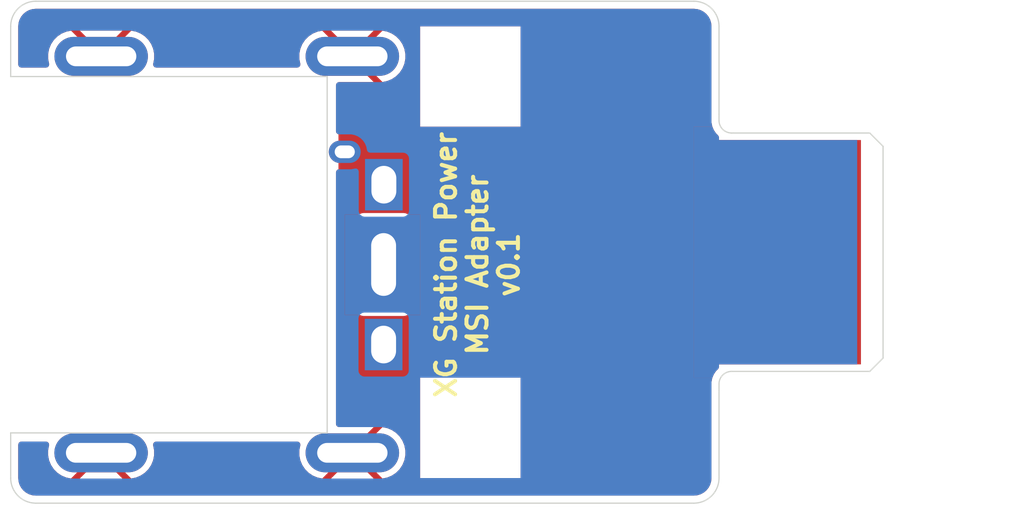
<source format=kicad_pcb>
(kicad_pcb (version 20241229) (generator "pcbnew") (generator_version "9.0")
  (layers (0 "F.Cu" signal) (2 "B.Cu" signal) (13 "F.Paste" user) (15 "B.Paste" user) (5 "F.SilkS" user "F.Silkscreen") (7 "B.SilkS" user "B.Silkscreen") (1 "F.Mask" user) (3 "B.Mask" user) (25 "Edge.Cuts" user))
  (net 0 "")
  (net 1 "GND")
  (net 2 "+20V")
  (footprint "XG_Mobile:2P_Slot_Power" (layer "F.Cu") (at 50.9 71 -90)
    (property "Reference" "J2" (hide yes))
    (property "Value" "Conn_01x02")
    (fp_line (start -5.25 6) (end -5.5 6) (stroke (width 0.05)) (layer "Edge.Cuts"))
    (fp_line (start 5.25 6) (end 5.5 6) (stroke (width 0.05)) (layer "Edge.Cuts"))
    (fp_line (start -4.75 0) (end -4.75 5.5) (stroke (width 0.05)) (layer "Edge.Cuts"))
    (fp_line (start -4.75 0) (end -4.219671 -0.530329) (stroke (width 0.05)) (layer "Edge.Cuts"))
    (fp_line (start 4.75 0) (end 4.75 5.5) (stroke (width 0.05)) (layer "Edge.Cuts"))
    (fp_line (start 4.75 0) (end 4.219671 -0.530329) (stroke (width 0.05)) (layer "Edge.Cuts"))
    (fp_line (start -4.219671 -0.530329) (end 4.219671 -0.530329) (stroke (width 0.05)) (layer "Edge.Cuts"))
    (fp_arc (start 5.25 6) (mid 4.896447 5.853553) (end 4.75 5.5) (stroke (width 0.05)) (layer "Edge.Cuts"))
    (fp_arc (start -4.75 5.5) (mid -4.896447 5.853553) (end -5.25 6) (stroke (width 0.05)) (layer "Edge.Cuts"))
    (pad "1" connect rect (at 0 3.41 270) (size 8.94 6.12) (layers "F.Cu") (net 1 "GND"))
    (pad "2" connect rect (at 0 3.5 270) (size 8.94 6) (layers "B.Cu") (net 2 "+20V"))
  )
  (footprint "MountingHole:MountingHole_2.2mm_M2" (layer "F.Cu") (at 35 64)
    (property "Reference" "Hole" (hide yes))
    (property "Value" "MountingHole_2.2mm_M2")
    (pad "" np_thru_hole circle (at 0 0) (size 2.2 2.2) (drill 2.2) (layers "*.Cu" "*.Mask"))
  )
  (footprint "MountingHole:MountingHole_2.2mm_M2" (layer "F.Cu") (at 35 78)
    (property "Reference" "Hole" (hide yes))
    (property "Value" "MountingHole_2.2mm_M2")
    (pad "" np_thru_hole circle (at 0 0) (size 2.2 2.2) (drill 2.2) (layers "*.Cu" "*.Mask"))
  )
  (footprint "XG_Mobile:MSI_Charger" (layer "F.Cu") (at 20.29974 78.995 90)
    (property "Reference" "J1" (hide yes))
    (property "Value" "Conn_01x04_Shielded")
    (pad "1" thru_hole rect (at 4.315 11.247346 180) (size 1.5 2.05) (drill oval 0.9906 1.5) (layers "*.Cu") (net 1 "GND"))
    (pad "2" thru_hole rect (at 7.505 11.247346 180) (size 1.5 3.1) (drill oval 0.9906 2.5) (layers "*.Cu") (net 2 "+20V"))
    (pad "3" thru_hole rect (at 10.685 11.257346 180) (size 1.5 2.05) (drill oval 0.9906 1.5) (layers "*.Cu") (net 1 "GND"))
    (pad "4" thru_hole oval (at 11.995 9.70026 180) (size 1.27 0.889) (drill oval 0.8 0.508) (layers "*.Cu") (net 1 "GND"))
    (pad "SH" thru_hole oval (at 0 0 180) (size 3.721 1.55) (drill oval 2.8 0.7874) (layers "*.Cu") (net 1 "GND"))
    (pad "SH" thru_hole oval (at 0 10.002346 180) (size 3.721 1.55) (drill oval 2.8 0.7874) (layers "*.Cu") (net 1 "GND"))
    (pad "SH" thru_hole oval (at 15.8 0.002346 180) (size 3.721 1.55) (drill oval 2.8 0.7874) (layers "*.Cu") (net 1 "GND"))
    (pad "SH" thru_hole oval (at 15.8 10.002346 180) (size 3.721 1.55) (drill oval 2.8 0.7874) (layers "*.Cu") (net 1 "GND"))
  )
  (gr_line (start 29.3 78.2) (end 16.7 78.2) (stroke (width 0.05)) (layer "Edge.Cuts"))
  (gr_arc (start 17.7 81) (mid 16.992893 80.707107) (end 16.7 80) (stroke (width 0.05)) (layer "Edge.Cuts"))
  (gr_arc (start 44.9 80) (mid 44.607107 80.707107) (end 43.9 81) (stroke (width 0.05)) (layer "Edge.Cuts"))
  (gr_line (start 43.9 81) (end 17.7 81) (stroke (width 0.05)) (layer "Edge.Cuts"))
  (gr_line (start 16.7 78.2) (end 16.7 80) (stroke (width 0.05)) (layer "Edge.Cuts"))
  (gr_line (start 44.9 62) (end 44.9 65.5) (stroke (width 0.05)) (layer "Edge.Cuts"))
  (gr_arc (start 43.9 61) (mid 44.607107 61.292893) (end 44.9 62) (stroke (width 0.05)) (layer "Edge.Cuts"))
  (gr_line (start 44.9 76.5) (end 44.9 80) (stroke (width 0.05)) (layer "Edge.Cuts"))
  (gr_arc (start 16.7 62) (mid 16.992893 61.292893) (end 17.7 61) (stroke (width 0.05)) (layer "Edge.Cuts"))
  (gr_line (start 16.7 64) (end 16.7 62) (stroke (width 0.05)) (layer "Edge.Cuts"))
  (gr_line (start 29.3 64) (end 16.7 64) (stroke (width 0.05)) (layer "Edge.Cuts"))
  (gr_line (start 17.7 61) (end 43.9 61) (stroke (width 0.05)) (layer "Edge.Cuts"))
  (gr_line (start 29.3 78.2) (end 29.3 64) (stroke (width 0.05)) (layer "Edge.Cuts"))
  (gr_text "v0.1" (at 37 71.5 90) (layer "F.SilkS") (effects (font (size 0.8 0.8) (thickness 0.16) (bold yes)) (justify bottom)))
  (gr_text "MSI Adapter" (at 35.75 71.5 90) (layer "F.SilkS") (effects (font (size 0.8 0.8) (thickness 0.16) (bold yes)) (justify bottom)))
  (gr_text "XG Station Power" (at 34.5 71.5 90) (layer "F.SilkS") (effects (font (size 0.8 0.8) (thickness 0.16) (bold yes)) (justify bottom)))
  (zone (net 1) (net_name "GND") (layer "F.Cu") (priority 1) (connect_pads yes (clearance 0.5)) (min_thickness 0.25) (fill yes (thermal_gap 0.5) (thermal_bridge_width 0.5))
    (polygon (pts (xy 29.75 66.25) (xy 33 66.25) (xy 33 76.5) (xy 29.75 76.5)))
  )
  (zone (net 1) (net_name "GND") (layer "F.Cu") (priority 1) (connect_pads yes (clearance 0.5)) (min_thickness 0.25) (fill yes (thermal_gap 0.5) (thermal_bridge_width 0.5))
    (polygon (pts (xy 43.9 66) (xy 44.9 66) (xy 44.9 76) (xy 43.9 76)))
  )
  (zone (net 1) (net_name "GND") (layer "F.Cu") (connect_pads (clearance 0.25)) (min_thickness 0.25) (fill yes (thermal_gap 0.25) (thermal_bridge_width 0.25))
    (polygon (pts (xy 16.4 61) (xy 44.9 61) (xy 44.9 81) (xy 16.4 81)))
  )
  (zone (net 0) (net_name "") (layers "F.Cu" "B.Cu") (connect_pads (clearance 0)) (min_thickness 0.25)
    (keepout (tracks allowed) (vias allowed) (pads allowed) (copperpour not_allowed) (footprints allowed))
    (fill (thermal_gap 0.5) (thermal_bridge_width 0.5))
    (polygon (pts (xy 33 76) (xy 37 76) (xy 37 80) (xy 33 80)))
  )
  (zone (net 0) (net_name "") (layers "F.Cu" "B.Cu") (connect_pads (clearance 0)) (min_thickness 0.25)
    (keepout (tracks allowed) (vias allowed) (pads allowed) (copperpour not_allowed) (footprints allowed))
    (fill (thermal_gap 0.5) (thermal_bridge_width 0.5))
    (polygon (pts (xy 33 62) (xy 37 62) (xy 37 66) (xy 33 66)))
  )
  (zone (net 2) (net_name "+20V") (layer "B.Cu") (priority 1) (connect_pads yes (clearance 0.25)) (min_thickness 0.25) (fill yes (thermal_gap 0.5) (thermal_bridge_width 0.5))
    (polygon (pts (xy 30 69.5) (xy 33 69.5) (xy 33 73.5) (xy 30 73.5)))
  )
  (zone (net 2) (net_name "+20V") (layer "B.Cu") (connect_pads (clearance 0.25)) (min_thickness 0.25) (fill yes (thermal_gap 0.25) (thermal_bridge_width 0.25))
    (polygon (pts (xy 16.4 61) (xy 44.9 61) (xy 44.9 81) (xy 16.4 81)))
  )
  (zone (net 2) (net_name "+20V") (layer "B.Cu") (priority 1) (connect_pads yes (clearance 0.5)) (min_thickness 0.25) (fill yes (thermal_gap 0.5) (thermal_bridge_width 0.5))
    (polygon (pts (xy 43.9 66) (xy 44.9 66) (xy 44.9 76) (xy 43.9 76)))
  )
)
</source>
